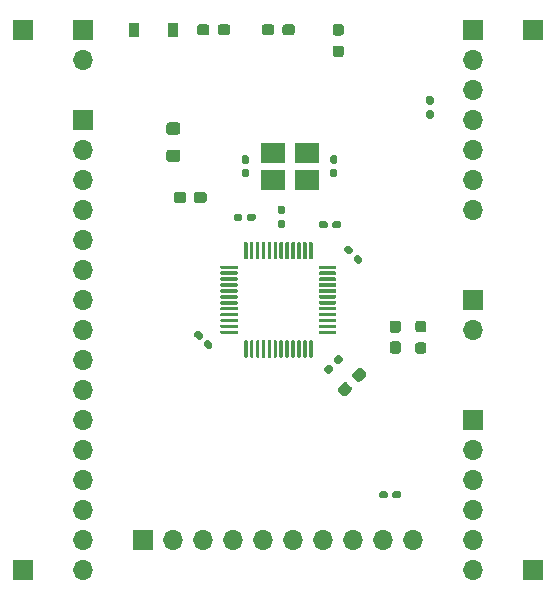
<source format=gbr>
%TF.GenerationSoftware,KiCad,Pcbnew,(5.1.10-1-10_14)*%
%TF.CreationDate,2022-01-24T14:54:24+11:00*%
%TF.ProjectId,STM32L431CBT6_BO,53544d33-324c-4343-9331-434254365f42,rev?*%
%TF.SameCoordinates,Original*%
%TF.FileFunction,Soldermask,Top*%
%TF.FilePolarity,Negative*%
%FSLAX46Y46*%
G04 Gerber Fmt 4.6, Leading zero omitted, Abs format (unit mm)*
G04 Created by KiCad (PCBNEW (5.1.10-1-10_14)) date 2022-01-24 14:54:24*
%MOMM*%
%LPD*%
G01*
G04 APERTURE LIST*
%ADD10O,1.700000X1.700000*%
%ADD11R,1.700000X1.700000*%
%ADD12R,0.900000X1.200000*%
%ADD13R,2.100000X1.800000*%
G04 APERTURE END LIST*
%TO.C,C6*%
G36*
G01*
X169531500Y-53820000D02*
X169531500Y-54130000D01*
G75*
G02*
X169376500Y-54285000I-155000J0D01*
G01*
X168951500Y-54285000D01*
G75*
G02*
X168796500Y-54130000I0J155000D01*
G01*
X168796500Y-53820000D01*
G75*
G02*
X168951500Y-53665000I155000J0D01*
G01*
X169376500Y-53665000D01*
G75*
G02*
X169531500Y-53820000I0J-155000D01*
G01*
G37*
G36*
G01*
X168396500Y-53820000D02*
X168396500Y-54130000D01*
G75*
G02*
X168241500Y-54285000I-155000J0D01*
G01*
X167816500Y-54285000D01*
G75*
G02*
X167661500Y-54130000I0J155000D01*
G01*
X167661500Y-53820000D01*
G75*
G02*
X167816500Y-53665000I155000J0D01*
G01*
X168241500Y-53665000D01*
G75*
G02*
X168396500Y-53820000I0J-155000D01*
G01*
G37*
%TD*%
%TO.C,C10*%
G36*
G01*
X168811000Y-49455540D02*
X168501000Y-49455540D01*
G75*
G02*
X168346000Y-49300540I0J155000D01*
G01*
X168346000Y-48875540D01*
G75*
G02*
X168501000Y-48720540I155000J0D01*
G01*
X168811000Y-48720540D01*
G75*
G02*
X168966000Y-48875540I0J-155000D01*
G01*
X168966000Y-49300540D01*
G75*
G02*
X168811000Y-49455540I-155000J0D01*
G01*
G37*
G36*
G01*
X168811000Y-50590540D02*
X168501000Y-50590540D01*
G75*
G02*
X168346000Y-50435540I0J155000D01*
G01*
X168346000Y-50010540D01*
G75*
G02*
X168501000Y-49855540I155000J0D01*
G01*
X168811000Y-49855540D01*
G75*
G02*
X168966000Y-50010540I0J-155000D01*
G01*
X168966000Y-50435540D01*
G75*
G02*
X168811000Y-50590540I-155000J0D01*
G01*
G37*
%TD*%
%TO.C,C5*%
G36*
G01*
X177300372Y-67981752D02*
X177636248Y-68317628D01*
G75*
G02*
X177636248Y-68653504I-167938J-167938D01*
G01*
X177211984Y-69077768D01*
G75*
G02*
X176876108Y-69077768I-167938J167938D01*
G01*
X176540232Y-68741892D01*
G75*
G02*
X176540232Y-68406016I167938J167938D01*
G01*
X176964496Y-67981752D01*
G75*
G02*
X177300372Y-67981752I167938J-167938D01*
G01*
G37*
G36*
G01*
X178520132Y-66761992D02*
X178856008Y-67097868D01*
G75*
G02*
X178856008Y-67433744I-167938J-167938D01*
G01*
X178431744Y-67858008D01*
G75*
G02*
X178095868Y-67858008I-167938J167938D01*
G01*
X177759992Y-67522132D01*
G75*
G02*
X177759992Y-67186256I167938J167938D01*
G01*
X178184256Y-66761992D01*
G75*
G02*
X178520132Y-66761992I167938J-167938D01*
G01*
G37*
%TD*%
D10*
%TO.C,J6*%
X182880000Y-81280000D03*
X180340000Y-81280000D03*
X177800000Y-81280000D03*
X175260000Y-81280000D03*
X172720000Y-81280000D03*
X170180000Y-81280000D03*
X167640000Y-81280000D03*
X165100000Y-81280000D03*
X162560000Y-81280000D03*
D11*
X160020000Y-81280000D03*
%TD*%
%TO.C,J9*%
X193040000Y-83820000D03*
%TD*%
%TO.C,C1*%
G36*
G01*
X176027500Y-54765000D02*
X176027500Y-54455000D01*
G75*
G02*
X176182500Y-54300000I155000J0D01*
G01*
X176607500Y-54300000D01*
G75*
G02*
X176762500Y-54455000I0J-155000D01*
G01*
X176762500Y-54765000D01*
G75*
G02*
X176607500Y-54920000I-155000J0D01*
G01*
X176182500Y-54920000D01*
G75*
G02*
X176027500Y-54765000I0J155000D01*
G01*
G37*
G36*
G01*
X174892500Y-54765000D02*
X174892500Y-54455000D01*
G75*
G02*
X175047500Y-54300000I155000J0D01*
G01*
X175472500Y-54300000D01*
G75*
G02*
X175627500Y-54455000I0J-155000D01*
G01*
X175627500Y-54765000D01*
G75*
G02*
X175472500Y-54920000I-155000J0D01*
G01*
X175047500Y-54920000D01*
G75*
G02*
X174892500Y-54765000I0J155000D01*
G01*
G37*
%TD*%
%TO.C,C2*%
G36*
G01*
X177029253Y-56598456D02*
X177248456Y-56379253D01*
G75*
G02*
X177467660Y-56379253I109602J-109602D01*
G01*
X177768181Y-56679774D01*
G75*
G02*
X177768181Y-56898978I-109602J-109602D01*
G01*
X177548978Y-57118181D01*
G75*
G02*
X177329774Y-57118181I-109602J109602D01*
G01*
X177029253Y-56817660D01*
G75*
G02*
X177029253Y-56598456I109602J109602D01*
G01*
G37*
G36*
G01*
X177831819Y-57401022D02*
X178051022Y-57181819D01*
G75*
G02*
X178270226Y-57181819I109602J-109602D01*
G01*
X178570747Y-57482340D01*
G75*
G02*
X178570747Y-57701544I-109602J-109602D01*
G01*
X178351544Y-57920747D01*
G75*
G02*
X178132340Y-57920747I-109602J109602D01*
G01*
X177831819Y-57620226D01*
G75*
G02*
X177831819Y-57401022I109602J109602D01*
G01*
G37*
%TD*%
%TO.C,C3*%
G36*
G01*
X165068181Y-64117695D02*
X164848978Y-64336898D01*
G75*
G02*
X164629774Y-64336898I-109602J109602D01*
G01*
X164329253Y-64036377D01*
G75*
G02*
X164329253Y-63817173I109602J109602D01*
G01*
X164548456Y-63597970D01*
G75*
G02*
X164767660Y-63597970I109602J-109602D01*
G01*
X165068181Y-63898491D01*
G75*
G02*
X165068181Y-64117695I-109602J-109602D01*
G01*
G37*
G36*
G01*
X165870747Y-64920261D02*
X165651544Y-65139464D01*
G75*
G02*
X165432340Y-65139464I-109602J109602D01*
G01*
X165131819Y-64838943D01*
G75*
G02*
X165131819Y-64619739I109602J109602D01*
G01*
X165351022Y-64400536D01*
G75*
G02*
X165570226Y-64400536I109602J-109602D01*
G01*
X165870747Y-64701057D01*
G75*
G02*
X165870747Y-64920261I-109602J-109602D01*
G01*
G37*
%TD*%
%TO.C,C4*%
G36*
G01*
X176680261Y-65670536D02*
X176899464Y-65889739D01*
G75*
G02*
X176899464Y-66108943I-109602J-109602D01*
G01*
X176598943Y-66409464D01*
G75*
G02*
X176379739Y-66409464I-109602J109602D01*
G01*
X176160536Y-66190261D01*
G75*
G02*
X176160536Y-65971057I109602J109602D01*
G01*
X176461057Y-65670536D01*
G75*
G02*
X176680261Y-65670536I109602J-109602D01*
G01*
G37*
G36*
G01*
X175877695Y-66473102D02*
X176096898Y-66692305D01*
G75*
G02*
X176096898Y-66911509I-109602J-109602D01*
G01*
X175796377Y-67212030D01*
G75*
G02*
X175577173Y-67212030I-109602J109602D01*
G01*
X175357970Y-66992827D01*
G75*
G02*
X175357970Y-66773623I109602J109602D01*
G01*
X175658491Y-66473102D01*
G75*
G02*
X175877695Y-66473102I109602J-109602D01*
G01*
G37*
%TD*%
%TO.C,C7*%
G36*
G01*
X165383500Y-52060500D02*
X165383500Y-52535500D01*
G75*
G02*
X165146000Y-52773000I-237500J0D01*
G01*
X164546000Y-52773000D01*
G75*
G02*
X164308500Y-52535500I0J237500D01*
G01*
X164308500Y-52060500D01*
G75*
G02*
X164546000Y-51823000I237500J0D01*
G01*
X165146000Y-51823000D01*
G75*
G02*
X165383500Y-52060500I0J-237500D01*
G01*
G37*
G36*
G01*
X163658500Y-52060500D02*
X163658500Y-52535500D01*
G75*
G02*
X163421000Y-52773000I-237500J0D01*
G01*
X162821000Y-52773000D01*
G75*
G02*
X162583500Y-52535500I0J237500D01*
G01*
X162583500Y-52060500D01*
G75*
G02*
X162821000Y-51823000I237500J0D01*
G01*
X163421000Y-51823000D01*
G75*
G02*
X163658500Y-52060500I0J-237500D01*
G01*
G37*
%TD*%
%TO.C,C8*%
G36*
G01*
X180715500Y-77315000D02*
X180715500Y-77625000D01*
G75*
G02*
X180560500Y-77780000I-155000J0D01*
G01*
X180135500Y-77780000D01*
G75*
G02*
X179980500Y-77625000I0J155000D01*
G01*
X179980500Y-77315000D01*
G75*
G02*
X180135500Y-77160000I155000J0D01*
G01*
X180560500Y-77160000D01*
G75*
G02*
X180715500Y-77315000I0J-155000D01*
G01*
G37*
G36*
G01*
X181850500Y-77315000D02*
X181850500Y-77625000D01*
G75*
G02*
X181695500Y-77780000I-155000J0D01*
G01*
X181270500Y-77780000D01*
G75*
G02*
X181115500Y-77625000I0J155000D01*
G01*
X181115500Y-77315000D01*
G75*
G02*
X181270500Y-77160000I155000J0D01*
G01*
X181695500Y-77160000D01*
G75*
G02*
X181850500Y-77315000I0J-155000D01*
G01*
G37*
%TD*%
%TO.C,C9*%
G36*
G01*
X175994000Y-48720920D02*
X176304000Y-48720920D01*
G75*
G02*
X176459000Y-48875920I0J-155000D01*
G01*
X176459000Y-49300920D01*
G75*
G02*
X176304000Y-49455920I-155000J0D01*
G01*
X175994000Y-49455920D01*
G75*
G02*
X175839000Y-49300920I0J155000D01*
G01*
X175839000Y-48875920D01*
G75*
G02*
X175994000Y-48720920I155000J0D01*
G01*
G37*
G36*
G01*
X175994000Y-49855920D02*
X176304000Y-49855920D01*
G75*
G02*
X176459000Y-50010920I0J-155000D01*
G01*
X176459000Y-50435920D01*
G75*
G02*
X176304000Y-50590920I-155000J0D01*
G01*
X175994000Y-50590920D01*
G75*
G02*
X175839000Y-50435920I0J155000D01*
G01*
X175839000Y-50010920D01*
G75*
G02*
X175994000Y-49855920I155000J0D01*
G01*
G37*
%TD*%
D12*
%TO.C,D1*%
X162560000Y-38100000D03*
X159260000Y-38100000D03*
%TD*%
%TO.C,D2*%
G36*
G01*
X181593500Y-63771000D02*
X181118500Y-63771000D01*
G75*
G02*
X180881000Y-63533500I0J237500D01*
G01*
X180881000Y-62958500D01*
G75*
G02*
X181118500Y-62721000I237500J0D01*
G01*
X181593500Y-62721000D01*
G75*
G02*
X181831000Y-62958500I0J-237500D01*
G01*
X181831000Y-63533500D01*
G75*
G02*
X181593500Y-63771000I-237500J0D01*
G01*
G37*
G36*
G01*
X181593500Y-65521000D02*
X181118500Y-65521000D01*
G75*
G02*
X180881000Y-65283500I0J237500D01*
G01*
X180881000Y-64708500D01*
G75*
G02*
X181118500Y-64471000I237500J0D01*
G01*
X181593500Y-64471000D01*
G75*
G02*
X181831000Y-64708500I0J-237500D01*
G01*
X181831000Y-65283500D01*
G75*
G02*
X181593500Y-65521000I-237500J0D01*
G01*
G37*
%TD*%
%TO.C,D3*%
G36*
G01*
X172850000Y-37862500D02*
X172850000Y-38337500D01*
G75*
G02*
X172612500Y-38575000I-237500J0D01*
G01*
X172037500Y-38575000D01*
G75*
G02*
X171800000Y-38337500I0J237500D01*
G01*
X171800000Y-37862500D01*
G75*
G02*
X172037500Y-37625000I237500J0D01*
G01*
X172612500Y-37625000D01*
G75*
G02*
X172850000Y-37862500I0J-237500D01*
G01*
G37*
G36*
G01*
X171100000Y-37862500D02*
X171100000Y-38337500D01*
G75*
G02*
X170862500Y-38575000I-237500J0D01*
G01*
X170287500Y-38575000D01*
G75*
G02*
X170050000Y-38337500I0J237500D01*
G01*
X170050000Y-37862500D01*
G75*
G02*
X170287500Y-37625000I237500J0D01*
G01*
X170862500Y-37625000D01*
G75*
G02*
X171100000Y-37862500I0J-237500D01*
G01*
G37*
%TD*%
%TO.C,F1*%
G36*
G01*
X167375000Y-37862500D02*
X167375000Y-38337500D01*
G75*
G02*
X167137500Y-38575000I-237500J0D01*
G01*
X166562500Y-38575000D01*
G75*
G02*
X166325000Y-38337500I0J237500D01*
G01*
X166325000Y-37862500D01*
G75*
G02*
X166562500Y-37625000I237500J0D01*
G01*
X167137500Y-37625000D01*
G75*
G02*
X167375000Y-37862500I0J-237500D01*
G01*
G37*
G36*
G01*
X165625000Y-37862500D02*
X165625000Y-38337500D01*
G75*
G02*
X165387500Y-38575000I-237500J0D01*
G01*
X164812500Y-38575000D01*
G75*
G02*
X164575000Y-38337500I0J237500D01*
G01*
X164575000Y-37862500D01*
G75*
G02*
X164812500Y-37625000I237500J0D01*
G01*
X165387500Y-37625000D01*
G75*
G02*
X165625000Y-37862500I0J-237500D01*
G01*
G37*
%TD*%
%TO.C,FB1*%
G36*
G01*
X162910001Y-49293000D02*
X162209999Y-49293000D01*
G75*
G02*
X161960000Y-49043001I0J249999D01*
G01*
X161960000Y-48492999D01*
G75*
G02*
X162209999Y-48243000I249999J0D01*
G01*
X162910001Y-48243000D01*
G75*
G02*
X163160000Y-48492999I0J-249999D01*
G01*
X163160000Y-49043001D01*
G75*
G02*
X162910001Y-49293000I-249999J0D01*
G01*
G37*
G36*
G01*
X162910001Y-46993000D02*
X162209999Y-46993000D01*
G75*
G02*
X161960000Y-46743001I0J249999D01*
G01*
X161960000Y-46192999D01*
G75*
G02*
X162209999Y-45943000I249999J0D01*
G01*
X162910001Y-45943000D01*
G75*
G02*
X163160000Y-46192999I0J-249999D01*
G01*
X163160000Y-46743001D01*
G75*
G02*
X162910001Y-46993000I-249999J0D01*
G01*
G37*
%TD*%
D11*
%TO.C,J1*%
X154940000Y-38100000D03*
D10*
X154940000Y-40640000D03*
%TD*%
%TO.C,J2*%
X187960000Y-63500000D03*
D11*
X187960000Y-60960000D03*
%TD*%
%TO.C,J3*%
X187960000Y-38100000D03*
D10*
X187960000Y-40640000D03*
X187960000Y-43180000D03*
X187960000Y-45720000D03*
X187960000Y-48260000D03*
X187960000Y-50800000D03*
X187960000Y-53340000D03*
%TD*%
D11*
%TO.C,J4*%
X154940000Y-45720000D03*
D10*
X154940000Y-48260000D03*
X154940000Y-50800000D03*
X154940000Y-53340000D03*
X154940000Y-55880000D03*
X154940000Y-58420000D03*
X154940000Y-60960000D03*
X154940000Y-63500000D03*
X154940000Y-66040000D03*
X154940000Y-68580000D03*
X154940000Y-71120000D03*
X154940000Y-73660000D03*
X154940000Y-76200000D03*
X154940000Y-78740000D03*
X154940000Y-81280000D03*
X154940000Y-83820000D03*
%TD*%
D11*
%TO.C,J5*%
X187960000Y-71120000D03*
D10*
X187960000Y-73660000D03*
X187960000Y-76200000D03*
X187960000Y-78740000D03*
X187960000Y-81280000D03*
X187960000Y-83820000D03*
%TD*%
D11*
%TO.C,J7*%
X193040000Y-38100000D03*
%TD*%
%TO.C,J8*%
X149860000Y-38100000D03*
%TD*%
%TO.C,J10*%
X149860000Y-83820000D03*
%TD*%
%TO.C,R1*%
G36*
G01*
X184117000Y-43711500D02*
X184437000Y-43711500D01*
G75*
G02*
X184597000Y-43871500I0J-160000D01*
G01*
X184597000Y-44266500D01*
G75*
G02*
X184437000Y-44426500I-160000J0D01*
G01*
X184117000Y-44426500D01*
G75*
G02*
X183957000Y-44266500I0J160000D01*
G01*
X183957000Y-43871500D01*
G75*
G02*
X184117000Y-43711500I160000J0D01*
G01*
G37*
G36*
G01*
X184117000Y-44906500D02*
X184437000Y-44906500D01*
G75*
G02*
X184597000Y-45066500I0J-160000D01*
G01*
X184597000Y-45461500D01*
G75*
G02*
X184437000Y-45621500I-160000J0D01*
G01*
X184117000Y-45621500D01*
G75*
G02*
X183957000Y-45461500I0J160000D01*
G01*
X183957000Y-45066500D01*
G75*
G02*
X184117000Y-44906500I160000J0D01*
G01*
G37*
%TD*%
%TO.C,R2*%
G36*
G01*
X183752500Y-63710000D02*
X183277500Y-63710000D01*
G75*
G02*
X183040000Y-63472500I0J237500D01*
G01*
X183040000Y-62972500D01*
G75*
G02*
X183277500Y-62735000I237500J0D01*
G01*
X183752500Y-62735000D01*
G75*
G02*
X183990000Y-62972500I0J-237500D01*
G01*
X183990000Y-63472500D01*
G75*
G02*
X183752500Y-63710000I-237500J0D01*
G01*
G37*
G36*
G01*
X183752500Y-65535000D02*
X183277500Y-65535000D01*
G75*
G02*
X183040000Y-65297500I0J237500D01*
G01*
X183040000Y-64797500D01*
G75*
G02*
X183277500Y-64560000I237500J0D01*
G01*
X183752500Y-64560000D01*
G75*
G02*
X183990000Y-64797500I0J-237500D01*
G01*
X183990000Y-65297500D01*
G75*
G02*
X183752500Y-65535000I-237500J0D01*
G01*
G37*
%TD*%
%TO.C,R3*%
G36*
G01*
X171864000Y-53697500D02*
X171544000Y-53697500D01*
G75*
G02*
X171384000Y-53537500I0J160000D01*
G01*
X171384000Y-53142500D01*
G75*
G02*
X171544000Y-52982500I160000J0D01*
G01*
X171864000Y-52982500D01*
G75*
G02*
X172024000Y-53142500I0J-160000D01*
G01*
X172024000Y-53537500D01*
G75*
G02*
X171864000Y-53697500I-160000J0D01*
G01*
G37*
G36*
G01*
X171864000Y-54892500D02*
X171544000Y-54892500D01*
G75*
G02*
X171384000Y-54732500I0J160000D01*
G01*
X171384000Y-54337500D01*
G75*
G02*
X171544000Y-54177500I160000J0D01*
G01*
X171864000Y-54177500D01*
G75*
G02*
X172024000Y-54337500I0J-160000D01*
G01*
X172024000Y-54732500D01*
G75*
G02*
X171864000Y-54892500I-160000J0D01*
G01*
G37*
%TD*%
%TO.C,R4*%
G36*
G01*
X176292500Y-37612500D02*
X176767500Y-37612500D01*
G75*
G02*
X177005000Y-37850000I0J-237500D01*
G01*
X177005000Y-38350000D01*
G75*
G02*
X176767500Y-38587500I-237500J0D01*
G01*
X176292500Y-38587500D01*
G75*
G02*
X176055000Y-38350000I0J237500D01*
G01*
X176055000Y-37850000D01*
G75*
G02*
X176292500Y-37612500I237500J0D01*
G01*
G37*
G36*
G01*
X176292500Y-39437500D02*
X176767500Y-39437500D01*
G75*
G02*
X177005000Y-39675000I0J-237500D01*
G01*
X177005000Y-40175000D01*
G75*
G02*
X176767500Y-40412500I-237500J0D01*
G01*
X176292500Y-40412500D01*
G75*
G02*
X176055000Y-40175000I0J237500D01*
G01*
X176055000Y-39675000D01*
G75*
G02*
X176292500Y-39437500I237500J0D01*
G01*
G37*
%TD*%
%TO.C,U1*%
G36*
G01*
X174125000Y-56060000D02*
X174275000Y-56060000D01*
G75*
G02*
X174350000Y-56135000I0J-75000D01*
G01*
X174350000Y-57460000D01*
G75*
G02*
X174275000Y-57535000I-75000J0D01*
G01*
X174125000Y-57535000D01*
G75*
G02*
X174050000Y-57460000I0J75000D01*
G01*
X174050000Y-56135000D01*
G75*
G02*
X174125000Y-56060000I75000J0D01*
G01*
G37*
G36*
G01*
X173625000Y-56060000D02*
X173775000Y-56060000D01*
G75*
G02*
X173850000Y-56135000I0J-75000D01*
G01*
X173850000Y-57460000D01*
G75*
G02*
X173775000Y-57535000I-75000J0D01*
G01*
X173625000Y-57535000D01*
G75*
G02*
X173550000Y-57460000I0J75000D01*
G01*
X173550000Y-56135000D01*
G75*
G02*
X173625000Y-56060000I75000J0D01*
G01*
G37*
G36*
G01*
X173125000Y-56060000D02*
X173275000Y-56060000D01*
G75*
G02*
X173350000Y-56135000I0J-75000D01*
G01*
X173350000Y-57460000D01*
G75*
G02*
X173275000Y-57535000I-75000J0D01*
G01*
X173125000Y-57535000D01*
G75*
G02*
X173050000Y-57460000I0J75000D01*
G01*
X173050000Y-56135000D01*
G75*
G02*
X173125000Y-56060000I75000J0D01*
G01*
G37*
G36*
G01*
X172625000Y-56060000D02*
X172775000Y-56060000D01*
G75*
G02*
X172850000Y-56135000I0J-75000D01*
G01*
X172850000Y-57460000D01*
G75*
G02*
X172775000Y-57535000I-75000J0D01*
G01*
X172625000Y-57535000D01*
G75*
G02*
X172550000Y-57460000I0J75000D01*
G01*
X172550000Y-56135000D01*
G75*
G02*
X172625000Y-56060000I75000J0D01*
G01*
G37*
G36*
G01*
X172125000Y-56060000D02*
X172275000Y-56060000D01*
G75*
G02*
X172350000Y-56135000I0J-75000D01*
G01*
X172350000Y-57460000D01*
G75*
G02*
X172275000Y-57535000I-75000J0D01*
G01*
X172125000Y-57535000D01*
G75*
G02*
X172050000Y-57460000I0J75000D01*
G01*
X172050000Y-56135000D01*
G75*
G02*
X172125000Y-56060000I75000J0D01*
G01*
G37*
G36*
G01*
X171625000Y-56060000D02*
X171775000Y-56060000D01*
G75*
G02*
X171850000Y-56135000I0J-75000D01*
G01*
X171850000Y-57460000D01*
G75*
G02*
X171775000Y-57535000I-75000J0D01*
G01*
X171625000Y-57535000D01*
G75*
G02*
X171550000Y-57460000I0J75000D01*
G01*
X171550000Y-56135000D01*
G75*
G02*
X171625000Y-56060000I75000J0D01*
G01*
G37*
G36*
G01*
X171125000Y-56060000D02*
X171275000Y-56060000D01*
G75*
G02*
X171350000Y-56135000I0J-75000D01*
G01*
X171350000Y-57460000D01*
G75*
G02*
X171275000Y-57535000I-75000J0D01*
G01*
X171125000Y-57535000D01*
G75*
G02*
X171050000Y-57460000I0J75000D01*
G01*
X171050000Y-56135000D01*
G75*
G02*
X171125000Y-56060000I75000J0D01*
G01*
G37*
G36*
G01*
X170625000Y-56060000D02*
X170775000Y-56060000D01*
G75*
G02*
X170850000Y-56135000I0J-75000D01*
G01*
X170850000Y-57460000D01*
G75*
G02*
X170775000Y-57535000I-75000J0D01*
G01*
X170625000Y-57535000D01*
G75*
G02*
X170550000Y-57460000I0J75000D01*
G01*
X170550000Y-56135000D01*
G75*
G02*
X170625000Y-56060000I75000J0D01*
G01*
G37*
G36*
G01*
X170125000Y-56060000D02*
X170275000Y-56060000D01*
G75*
G02*
X170350000Y-56135000I0J-75000D01*
G01*
X170350000Y-57460000D01*
G75*
G02*
X170275000Y-57535000I-75000J0D01*
G01*
X170125000Y-57535000D01*
G75*
G02*
X170050000Y-57460000I0J75000D01*
G01*
X170050000Y-56135000D01*
G75*
G02*
X170125000Y-56060000I75000J0D01*
G01*
G37*
G36*
G01*
X169625000Y-56060000D02*
X169775000Y-56060000D01*
G75*
G02*
X169850000Y-56135000I0J-75000D01*
G01*
X169850000Y-57460000D01*
G75*
G02*
X169775000Y-57535000I-75000J0D01*
G01*
X169625000Y-57535000D01*
G75*
G02*
X169550000Y-57460000I0J75000D01*
G01*
X169550000Y-56135000D01*
G75*
G02*
X169625000Y-56060000I75000J0D01*
G01*
G37*
G36*
G01*
X169125000Y-56060000D02*
X169275000Y-56060000D01*
G75*
G02*
X169350000Y-56135000I0J-75000D01*
G01*
X169350000Y-57460000D01*
G75*
G02*
X169275000Y-57535000I-75000J0D01*
G01*
X169125000Y-57535000D01*
G75*
G02*
X169050000Y-57460000I0J75000D01*
G01*
X169050000Y-56135000D01*
G75*
G02*
X169125000Y-56060000I75000J0D01*
G01*
G37*
G36*
G01*
X168625000Y-56060000D02*
X168775000Y-56060000D01*
G75*
G02*
X168850000Y-56135000I0J-75000D01*
G01*
X168850000Y-57460000D01*
G75*
G02*
X168775000Y-57535000I-75000J0D01*
G01*
X168625000Y-57535000D01*
G75*
G02*
X168550000Y-57460000I0J75000D01*
G01*
X168550000Y-56135000D01*
G75*
G02*
X168625000Y-56060000I75000J0D01*
G01*
G37*
G36*
G01*
X166625000Y-58060000D02*
X167950000Y-58060000D01*
G75*
G02*
X168025000Y-58135000I0J-75000D01*
G01*
X168025000Y-58285000D01*
G75*
G02*
X167950000Y-58360000I-75000J0D01*
G01*
X166625000Y-58360000D01*
G75*
G02*
X166550000Y-58285000I0J75000D01*
G01*
X166550000Y-58135000D01*
G75*
G02*
X166625000Y-58060000I75000J0D01*
G01*
G37*
G36*
G01*
X166625000Y-58560000D02*
X167950000Y-58560000D01*
G75*
G02*
X168025000Y-58635000I0J-75000D01*
G01*
X168025000Y-58785000D01*
G75*
G02*
X167950000Y-58860000I-75000J0D01*
G01*
X166625000Y-58860000D01*
G75*
G02*
X166550000Y-58785000I0J75000D01*
G01*
X166550000Y-58635000D01*
G75*
G02*
X166625000Y-58560000I75000J0D01*
G01*
G37*
G36*
G01*
X166625000Y-59060000D02*
X167950000Y-59060000D01*
G75*
G02*
X168025000Y-59135000I0J-75000D01*
G01*
X168025000Y-59285000D01*
G75*
G02*
X167950000Y-59360000I-75000J0D01*
G01*
X166625000Y-59360000D01*
G75*
G02*
X166550000Y-59285000I0J75000D01*
G01*
X166550000Y-59135000D01*
G75*
G02*
X166625000Y-59060000I75000J0D01*
G01*
G37*
G36*
G01*
X166625000Y-59560000D02*
X167950000Y-59560000D01*
G75*
G02*
X168025000Y-59635000I0J-75000D01*
G01*
X168025000Y-59785000D01*
G75*
G02*
X167950000Y-59860000I-75000J0D01*
G01*
X166625000Y-59860000D01*
G75*
G02*
X166550000Y-59785000I0J75000D01*
G01*
X166550000Y-59635000D01*
G75*
G02*
X166625000Y-59560000I75000J0D01*
G01*
G37*
G36*
G01*
X166625000Y-60060000D02*
X167950000Y-60060000D01*
G75*
G02*
X168025000Y-60135000I0J-75000D01*
G01*
X168025000Y-60285000D01*
G75*
G02*
X167950000Y-60360000I-75000J0D01*
G01*
X166625000Y-60360000D01*
G75*
G02*
X166550000Y-60285000I0J75000D01*
G01*
X166550000Y-60135000D01*
G75*
G02*
X166625000Y-60060000I75000J0D01*
G01*
G37*
G36*
G01*
X166625000Y-60560000D02*
X167950000Y-60560000D01*
G75*
G02*
X168025000Y-60635000I0J-75000D01*
G01*
X168025000Y-60785000D01*
G75*
G02*
X167950000Y-60860000I-75000J0D01*
G01*
X166625000Y-60860000D01*
G75*
G02*
X166550000Y-60785000I0J75000D01*
G01*
X166550000Y-60635000D01*
G75*
G02*
X166625000Y-60560000I75000J0D01*
G01*
G37*
G36*
G01*
X166625000Y-61060000D02*
X167950000Y-61060000D01*
G75*
G02*
X168025000Y-61135000I0J-75000D01*
G01*
X168025000Y-61285000D01*
G75*
G02*
X167950000Y-61360000I-75000J0D01*
G01*
X166625000Y-61360000D01*
G75*
G02*
X166550000Y-61285000I0J75000D01*
G01*
X166550000Y-61135000D01*
G75*
G02*
X166625000Y-61060000I75000J0D01*
G01*
G37*
G36*
G01*
X166625000Y-61560000D02*
X167950000Y-61560000D01*
G75*
G02*
X168025000Y-61635000I0J-75000D01*
G01*
X168025000Y-61785000D01*
G75*
G02*
X167950000Y-61860000I-75000J0D01*
G01*
X166625000Y-61860000D01*
G75*
G02*
X166550000Y-61785000I0J75000D01*
G01*
X166550000Y-61635000D01*
G75*
G02*
X166625000Y-61560000I75000J0D01*
G01*
G37*
G36*
G01*
X166625000Y-62060000D02*
X167950000Y-62060000D01*
G75*
G02*
X168025000Y-62135000I0J-75000D01*
G01*
X168025000Y-62285000D01*
G75*
G02*
X167950000Y-62360000I-75000J0D01*
G01*
X166625000Y-62360000D01*
G75*
G02*
X166550000Y-62285000I0J75000D01*
G01*
X166550000Y-62135000D01*
G75*
G02*
X166625000Y-62060000I75000J0D01*
G01*
G37*
G36*
G01*
X166625000Y-62560000D02*
X167950000Y-62560000D01*
G75*
G02*
X168025000Y-62635000I0J-75000D01*
G01*
X168025000Y-62785000D01*
G75*
G02*
X167950000Y-62860000I-75000J0D01*
G01*
X166625000Y-62860000D01*
G75*
G02*
X166550000Y-62785000I0J75000D01*
G01*
X166550000Y-62635000D01*
G75*
G02*
X166625000Y-62560000I75000J0D01*
G01*
G37*
G36*
G01*
X166625000Y-63060000D02*
X167950000Y-63060000D01*
G75*
G02*
X168025000Y-63135000I0J-75000D01*
G01*
X168025000Y-63285000D01*
G75*
G02*
X167950000Y-63360000I-75000J0D01*
G01*
X166625000Y-63360000D01*
G75*
G02*
X166550000Y-63285000I0J75000D01*
G01*
X166550000Y-63135000D01*
G75*
G02*
X166625000Y-63060000I75000J0D01*
G01*
G37*
G36*
G01*
X166625000Y-63560000D02*
X167950000Y-63560000D01*
G75*
G02*
X168025000Y-63635000I0J-75000D01*
G01*
X168025000Y-63785000D01*
G75*
G02*
X167950000Y-63860000I-75000J0D01*
G01*
X166625000Y-63860000D01*
G75*
G02*
X166550000Y-63785000I0J75000D01*
G01*
X166550000Y-63635000D01*
G75*
G02*
X166625000Y-63560000I75000J0D01*
G01*
G37*
G36*
G01*
X168625000Y-64385000D02*
X168775000Y-64385000D01*
G75*
G02*
X168850000Y-64460000I0J-75000D01*
G01*
X168850000Y-65785000D01*
G75*
G02*
X168775000Y-65860000I-75000J0D01*
G01*
X168625000Y-65860000D01*
G75*
G02*
X168550000Y-65785000I0J75000D01*
G01*
X168550000Y-64460000D01*
G75*
G02*
X168625000Y-64385000I75000J0D01*
G01*
G37*
G36*
G01*
X169125000Y-64385000D02*
X169275000Y-64385000D01*
G75*
G02*
X169350000Y-64460000I0J-75000D01*
G01*
X169350000Y-65785000D01*
G75*
G02*
X169275000Y-65860000I-75000J0D01*
G01*
X169125000Y-65860000D01*
G75*
G02*
X169050000Y-65785000I0J75000D01*
G01*
X169050000Y-64460000D01*
G75*
G02*
X169125000Y-64385000I75000J0D01*
G01*
G37*
G36*
G01*
X169625000Y-64385000D02*
X169775000Y-64385000D01*
G75*
G02*
X169850000Y-64460000I0J-75000D01*
G01*
X169850000Y-65785000D01*
G75*
G02*
X169775000Y-65860000I-75000J0D01*
G01*
X169625000Y-65860000D01*
G75*
G02*
X169550000Y-65785000I0J75000D01*
G01*
X169550000Y-64460000D01*
G75*
G02*
X169625000Y-64385000I75000J0D01*
G01*
G37*
G36*
G01*
X170125000Y-64385000D02*
X170275000Y-64385000D01*
G75*
G02*
X170350000Y-64460000I0J-75000D01*
G01*
X170350000Y-65785000D01*
G75*
G02*
X170275000Y-65860000I-75000J0D01*
G01*
X170125000Y-65860000D01*
G75*
G02*
X170050000Y-65785000I0J75000D01*
G01*
X170050000Y-64460000D01*
G75*
G02*
X170125000Y-64385000I75000J0D01*
G01*
G37*
G36*
G01*
X170625000Y-64385000D02*
X170775000Y-64385000D01*
G75*
G02*
X170850000Y-64460000I0J-75000D01*
G01*
X170850000Y-65785000D01*
G75*
G02*
X170775000Y-65860000I-75000J0D01*
G01*
X170625000Y-65860000D01*
G75*
G02*
X170550000Y-65785000I0J75000D01*
G01*
X170550000Y-64460000D01*
G75*
G02*
X170625000Y-64385000I75000J0D01*
G01*
G37*
G36*
G01*
X171125000Y-64385000D02*
X171275000Y-64385000D01*
G75*
G02*
X171350000Y-64460000I0J-75000D01*
G01*
X171350000Y-65785000D01*
G75*
G02*
X171275000Y-65860000I-75000J0D01*
G01*
X171125000Y-65860000D01*
G75*
G02*
X171050000Y-65785000I0J75000D01*
G01*
X171050000Y-64460000D01*
G75*
G02*
X171125000Y-64385000I75000J0D01*
G01*
G37*
G36*
G01*
X171625000Y-64385000D02*
X171775000Y-64385000D01*
G75*
G02*
X171850000Y-64460000I0J-75000D01*
G01*
X171850000Y-65785000D01*
G75*
G02*
X171775000Y-65860000I-75000J0D01*
G01*
X171625000Y-65860000D01*
G75*
G02*
X171550000Y-65785000I0J75000D01*
G01*
X171550000Y-64460000D01*
G75*
G02*
X171625000Y-64385000I75000J0D01*
G01*
G37*
G36*
G01*
X172125000Y-64385000D02*
X172275000Y-64385000D01*
G75*
G02*
X172350000Y-64460000I0J-75000D01*
G01*
X172350000Y-65785000D01*
G75*
G02*
X172275000Y-65860000I-75000J0D01*
G01*
X172125000Y-65860000D01*
G75*
G02*
X172050000Y-65785000I0J75000D01*
G01*
X172050000Y-64460000D01*
G75*
G02*
X172125000Y-64385000I75000J0D01*
G01*
G37*
G36*
G01*
X172625000Y-64385000D02*
X172775000Y-64385000D01*
G75*
G02*
X172850000Y-64460000I0J-75000D01*
G01*
X172850000Y-65785000D01*
G75*
G02*
X172775000Y-65860000I-75000J0D01*
G01*
X172625000Y-65860000D01*
G75*
G02*
X172550000Y-65785000I0J75000D01*
G01*
X172550000Y-64460000D01*
G75*
G02*
X172625000Y-64385000I75000J0D01*
G01*
G37*
G36*
G01*
X173125000Y-64385000D02*
X173275000Y-64385000D01*
G75*
G02*
X173350000Y-64460000I0J-75000D01*
G01*
X173350000Y-65785000D01*
G75*
G02*
X173275000Y-65860000I-75000J0D01*
G01*
X173125000Y-65860000D01*
G75*
G02*
X173050000Y-65785000I0J75000D01*
G01*
X173050000Y-64460000D01*
G75*
G02*
X173125000Y-64385000I75000J0D01*
G01*
G37*
G36*
G01*
X173625000Y-64385000D02*
X173775000Y-64385000D01*
G75*
G02*
X173850000Y-64460000I0J-75000D01*
G01*
X173850000Y-65785000D01*
G75*
G02*
X173775000Y-65860000I-75000J0D01*
G01*
X173625000Y-65860000D01*
G75*
G02*
X173550000Y-65785000I0J75000D01*
G01*
X173550000Y-64460000D01*
G75*
G02*
X173625000Y-64385000I75000J0D01*
G01*
G37*
G36*
G01*
X174125000Y-64385000D02*
X174275000Y-64385000D01*
G75*
G02*
X174350000Y-64460000I0J-75000D01*
G01*
X174350000Y-65785000D01*
G75*
G02*
X174275000Y-65860000I-75000J0D01*
G01*
X174125000Y-65860000D01*
G75*
G02*
X174050000Y-65785000I0J75000D01*
G01*
X174050000Y-64460000D01*
G75*
G02*
X174125000Y-64385000I75000J0D01*
G01*
G37*
G36*
G01*
X174950000Y-63560000D02*
X176275000Y-63560000D01*
G75*
G02*
X176350000Y-63635000I0J-75000D01*
G01*
X176350000Y-63785000D01*
G75*
G02*
X176275000Y-63860000I-75000J0D01*
G01*
X174950000Y-63860000D01*
G75*
G02*
X174875000Y-63785000I0J75000D01*
G01*
X174875000Y-63635000D01*
G75*
G02*
X174950000Y-63560000I75000J0D01*
G01*
G37*
G36*
G01*
X174950000Y-63060000D02*
X176275000Y-63060000D01*
G75*
G02*
X176350000Y-63135000I0J-75000D01*
G01*
X176350000Y-63285000D01*
G75*
G02*
X176275000Y-63360000I-75000J0D01*
G01*
X174950000Y-63360000D01*
G75*
G02*
X174875000Y-63285000I0J75000D01*
G01*
X174875000Y-63135000D01*
G75*
G02*
X174950000Y-63060000I75000J0D01*
G01*
G37*
G36*
G01*
X174950000Y-62560000D02*
X176275000Y-62560000D01*
G75*
G02*
X176350000Y-62635000I0J-75000D01*
G01*
X176350000Y-62785000D01*
G75*
G02*
X176275000Y-62860000I-75000J0D01*
G01*
X174950000Y-62860000D01*
G75*
G02*
X174875000Y-62785000I0J75000D01*
G01*
X174875000Y-62635000D01*
G75*
G02*
X174950000Y-62560000I75000J0D01*
G01*
G37*
G36*
G01*
X174950000Y-62060000D02*
X176275000Y-62060000D01*
G75*
G02*
X176350000Y-62135000I0J-75000D01*
G01*
X176350000Y-62285000D01*
G75*
G02*
X176275000Y-62360000I-75000J0D01*
G01*
X174950000Y-62360000D01*
G75*
G02*
X174875000Y-62285000I0J75000D01*
G01*
X174875000Y-62135000D01*
G75*
G02*
X174950000Y-62060000I75000J0D01*
G01*
G37*
G36*
G01*
X174950000Y-61560000D02*
X176275000Y-61560000D01*
G75*
G02*
X176350000Y-61635000I0J-75000D01*
G01*
X176350000Y-61785000D01*
G75*
G02*
X176275000Y-61860000I-75000J0D01*
G01*
X174950000Y-61860000D01*
G75*
G02*
X174875000Y-61785000I0J75000D01*
G01*
X174875000Y-61635000D01*
G75*
G02*
X174950000Y-61560000I75000J0D01*
G01*
G37*
G36*
G01*
X174950000Y-61060000D02*
X176275000Y-61060000D01*
G75*
G02*
X176350000Y-61135000I0J-75000D01*
G01*
X176350000Y-61285000D01*
G75*
G02*
X176275000Y-61360000I-75000J0D01*
G01*
X174950000Y-61360000D01*
G75*
G02*
X174875000Y-61285000I0J75000D01*
G01*
X174875000Y-61135000D01*
G75*
G02*
X174950000Y-61060000I75000J0D01*
G01*
G37*
G36*
G01*
X174950000Y-60560000D02*
X176275000Y-60560000D01*
G75*
G02*
X176350000Y-60635000I0J-75000D01*
G01*
X176350000Y-60785000D01*
G75*
G02*
X176275000Y-60860000I-75000J0D01*
G01*
X174950000Y-60860000D01*
G75*
G02*
X174875000Y-60785000I0J75000D01*
G01*
X174875000Y-60635000D01*
G75*
G02*
X174950000Y-60560000I75000J0D01*
G01*
G37*
G36*
G01*
X174950000Y-60060000D02*
X176275000Y-60060000D01*
G75*
G02*
X176350000Y-60135000I0J-75000D01*
G01*
X176350000Y-60285000D01*
G75*
G02*
X176275000Y-60360000I-75000J0D01*
G01*
X174950000Y-60360000D01*
G75*
G02*
X174875000Y-60285000I0J75000D01*
G01*
X174875000Y-60135000D01*
G75*
G02*
X174950000Y-60060000I75000J0D01*
G01*
G37*
G36*
G01*
X174950000Y-59560000D02*
X176275000Y-59560000D01*
G75*
G02*
X176350000Y-59635000I0J-75000D01*
G01*
X176350000Y-59785000D01*
G75*
G02*
X176275000Y-59860000I-75000J0D01*
G01*
X174950000Y-59860000D01*
G75*
G02*
X174875000Y-59785000I0J75000D01*
G01*
X174875000Y-59635000D01*
G75*
G02*
X174950000Y-59560000I75000J0D01*
G01*
G37*
G36*
G01*
X174950000Y-59060000D02*
X176275000Y-59060000D01*
G75*
G02*
X176350000Y-59135000I0J-75000D01*
G01*
X176350000Y-59285000D01*
G75*
G02*
X176275000Y-59360000I-75000J0D01*
G01*
X174950000Y-59360000D01*
G75*
G02*
X174875000Y-59285000I0J75000D01*
G01*
X174875000Y-59135000D01*
G75*
G02*
X174950000Y-59060000I75000J0D01*
G01*
G37*
G36*
G01*
X174950000Y-58560000D02*
X176275000Y-58560000D01*
G75*
G02*
X176350000Y-58635000I0J-75000D01*
G01*
X176350000Y-58785000D01*
G75*
G02*
X176275000Y-58860000I-75000J0D01*
G01*
X174950000Y-58860000D01*
G75*
G02*
X174875000Y-58785000I0J75000D01*
G01*
X174875000Y-58635000D01*
G75*
G02*
X174950000Y-58560000I75000J0D01*
G01*
G37*
G36*
G01*
X174950000Y-58060000D02*
X176275000Y-58060000D01*
G75*
G02*
X176350000Y-58135000I0J-75000D01*
G01*
X176350000Y-58285000D01*
G75*
G02*
X176275000Y-58360000I-75000J0D01*
G01*
X174950000Y-58360000D01*
G75*
G02*
X174875000Y-58285000I0J75000D01*
G01*
X174875000Y-58135000D01*
G75*
G02*
X174950000Y-58060000I75000J0D01*
G01*
G37*
%TD*%
D13*
%TO.C,X1*%
X170963000Y-50800000D03*
X173863000Y-50800000D03*
X173863000Y-48500000D03*
X170963000Y-48500000D03*
%TD*%
M02*

</source>
